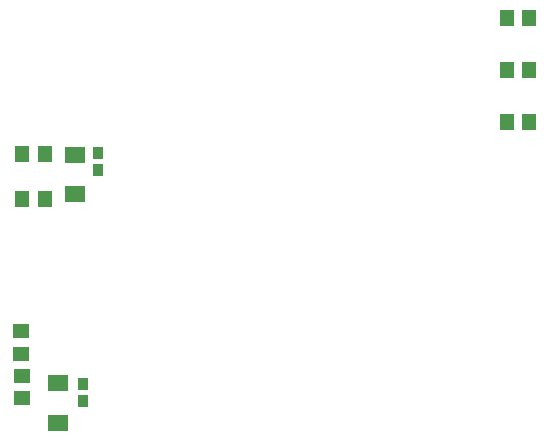
<source format=gbp>
G04*
G04 #@! TF.GenerationSoftware,Altium Limited,Altium Designer,20.2.6 (244)*
G04*
G04 Layer_Color=128*
%FSLAX24Y24*%
%MOIN*%
G70*
G04*
G04 #@! TF.SameCoordinates,10DCDC14-C833-4712-9BA6-5F063841230D*
G04*
G04*
G04 #@! TF.FilePolarity,Positive*
G04*
G01*
G75*
%ADD27R,0.0374X0.0394*%
%ADD35R,0.0551X0.0472*%
%ADD36R,0.0472X0.0551*%
%ADD40R,0.0709X0.0531*%
D27*
X6560Y5831D02*
D03*
Y5240D02*
D03*
X7060Y13530D02*
D03*
Y12939D02*
D03*
D35*
X4524Y6092D02*
D03*
Y5344D02*
D03*
X4510Y7570D02*
D03*
Y6822D02*
D03*
D36*
X4544Y11986D02*
D03*
X5292D02*
D03*
X5296Y13494D02*
D03*
X4548D02*
D03*
X21442Y14546D02*
D03*
X20694D02*
D03*
X21442Y16276D02*
D03*
X20694D02*
D03*
X21442Y18006D02*
D03*
X20694D02*
D03*
D40*
X5730Y4531D02*
D03*
Y5850D02*
D03*
X6290Y13460D02*
D03*
Y12141D02*
D03*
M02*

</source>
